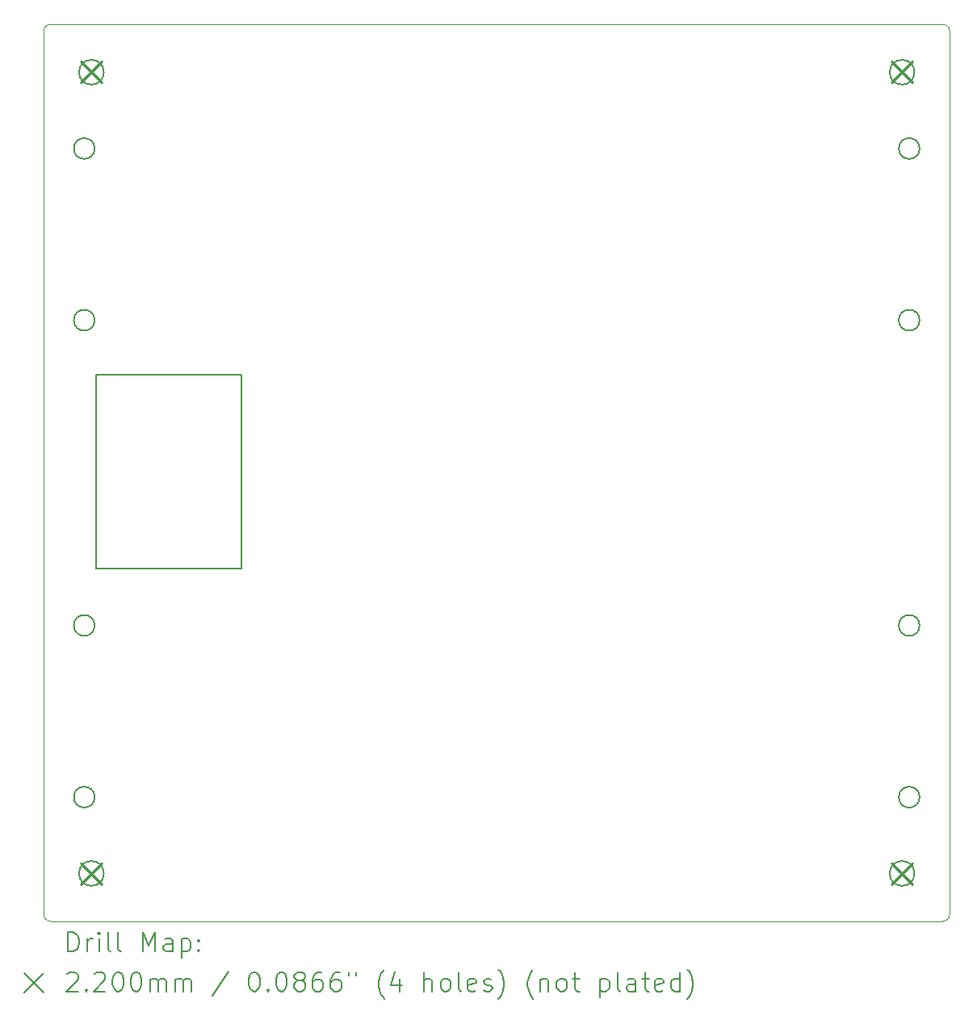
<source format=gbr>
%TF.GenerationSoftware,KiCad,Pcbnew,7.0.6*%
%TF.CreationDate,2023-08-12T11:28:30-04:00*%
%TF.ProjectId,jerrysbottom,6a657272-7973-4626-9f74-746f6d2e6b69,rev?*%
%TF.SameCoordinates,Original*%
%TF.FileFunction,Drillmap*%
%TF.FilePolarity,Positive*%
%FSLAX45Y45*%
G04 Gerber Fmt 4.5, Leading zero omitted, Abs format (unit mm)*
G04 Created by KiCad (PCBNEW 7.0.6) date 2023-08-12 11:28:30*
%MOMM*%
%LPD*%
G01*
G04 APERTURE LIST*
%ADD10C,0.200000*%
%ADD11C,0.100000*%
%ADD12C,0.220000*%
G04 APERTURE END LIST*
D10*
X3034220Y-8300000D02*
G75*
G03*
X3034220Y-8300000I-109220J0D01*
G01*
D11*
X11925000Y-7000000D02*
X2575000Y-7000000D01*
D10*
X3130000Y-15900000D02*
G75*
G03*
X3130000Y-15900000I-130000J0D01*
G01*
D11*
X2575000Y-7000000D02*
G75*
G03*
X2500000Y-7075000I-6030J-68970D01*
G01*
D10*
X3034220Y-13300000D02*
G75*
G03*
X3034220Y-13300000I-109220J0D01*
G01*
D11*
X2575000Y-16400000D02*
X11925000Y-16400000D01*
D10*
X11630000Y-7500000D02*
G75*
G03*
X11630000Y-7500000I-130000J0D01*
G01*
X3130000Y-7500000D02*
G75*
G03*
X3130000Y-7500000I-130000J0D01*
G01*
X11684220Y-8300000D02*
G75*
G03*
X11684220Y-8300000I-109220J0D01*
G01*
X3034220Y-15100000D02*
G75*
G03*
X3034220Y-15100000I-109220J0D01*
G01*
D11*
X2500000Y-7075000D02*
X2500000Y-16325000D01*
D10*
X3048000Y-10668000D02*
X4572000Y-10668000D01*
X4572000Y-12700000D01*
X3048000Y-12700000D01*
X3048000Y-10668000D01*
D11*
X11925000Y-16400000D02*
G75*
G03*
X12000000Y-16325000I6030J68970D01*
G01*
D10*
X11630000Y-15900000D02*
G75*
G03*
X11630000Y-15900000I-130000J0D01*
G01*
X3034220Y-10100000D02*
G75*
G03*
X3034220Y-10100000I-109220J0D01*
G01*
D11*
X12000000Y-7075000D02*
G75*
G03*
X11925000Y-7000000I-68970J6030D01*
G01*
X12000000Y-16325000D02*
X12000000Y-7075000D01*
X2500000Y-16325000D02*
G75*
G03*
X2575000Y-16400000I68970J-6030D01*
G01*
D10*
X11684220Y-15100000D02*
G75*
G03*
X11684220Y-15100000I-109220J0D01*
G01*
X11684220Y-10100000D02*
G75*
G03*
X11684220Y-10100000I-109220J0D01*
G01*
X11684220Y-13300000D02*
G75*
G03*
X11684220Y-13300000I-109220J0D01*
G01*
D12*
X2890000Y-7390000D02*
X3110000Y-7610000D01*
X3110000Y-7390000D02*
X2890000Y-7610000D01*
X2890000Y-15790000D02*
X3110000Y-16010000D01*
X3110000Y-15790000D02*
X2890000Y-16010000D01*
X11390000Y-7390000D02*
X11610000Y-7610000D01*
X11610000Y-7390000D02*
X11390000Y-7610000D01*
X11390000Y-15790000D02*
X11610000Y-16010000D01*
X11610000Y-15790000D02*
X11390000Y-16010000D01*
D10*
X2755514Y-16716747D02*
X2755514Y-16516747D01*
X2755514Y-16516747D02*
X2803133Y-16516747D01*
X2803133Y-16516747D02*
X2831704Y-16526271D01*
X2831704Y-16526271D02*
X2850752Y-16545318D01*
X2850752Y-16545318D02*
X2860276Y-16564366D01*
X2860276Y-16564366D02*
X2869799Y-16602461D01*
X2869799Y-16602461D02*
X2869799Y-16631033D01*
X2869799Y-16631033D02*
X2860276Y-16669128D01*
X2860276Y-16669128D02*
X2850752Y-16688175D01*
X2850752Y-16688175D02*
X2831704Y-16707223D01*
X2831704Y-16707223D02*
X2803133Y-16716747D01*
X2803133Y-16716747D02*
X2755514Y-16716747D01*
X2955514Y-16716747D02*
X2955514Y-16583413D01*
X2955514Y-16621509D02*
X2965037Y-16602461D01*
X2965037Y-16602461D02*
X2974561Y-16592937D01*
X2974561Y-16592937D02*
X2993609Y-16583413D01*
X2993609Y-16583413D02*
X3012657Y-16583413D01*
X3079323Y-16716747D02*
X3079323Y-16583413D01*
X3079323Y-16516747D02*
X3069799Y-16526271D01*
X3069799Y-16526271D02*
X3079323Y-16535794D01*
X3079323Y-16535794D02*
X3088847Y-16526271D01*
X3088847Y-16526271D02*
X3079323Y-16516747D01*
X3079323Y-16516747D02*
X3079323Y-16535794D01*
X3203133Y-16716747D02*
X3184085Y-16707223D01*
X3184085Y-16707223D02*
X3174561Y-16688175D01*
X3174561Y-16688175D02*
X3174561Y-16516747D01*
X3307895Y-16716747D02*
X3288847Y-16707223D01*
X3288847Y-16707223D02*
X3279323Y-16688175D01*
X3279323Y-16688175D02*
X3279323Y-16516747D01*
X3536466Y-16716747D02*
X3536466Y-16516747D01*
X3536466Y-16516747D02*
X3603133Y-16659604D01*
X3603133Y-16659604D02*
X3669799Y-16516747D01*
X3669799Y-16516747D02*
X3669799Y-16716747D01*
X3850752Y-16716747D02*
X3850752Y-16611985D01*
X3850752Y-16611985D02*
X3841228Y-16592937D01*
X3841228Y-16592937D02*
X3822180Y-16583413D01*
X3822180Y-16583413D02*
X3784085Y-16583413D01*
X3784085Y-16583413D02*
X3765037Y-16592937D01*
X3850752Y-16707223D02*
X3831704Y-16716747D01*
X3831704Y-16716747D02*
X3784085Y-16716747D01*
X3784085Y-16716747D02*
X3765037Y-16707223D01*
X3765037Y-16707223D02*
X3755514Y-16688175D01*
X3755514Y-16688175D02*
X3755514Y-16669128D01*
X3755514Y-16669128D02*
X3765037Y-16650080D01*
X3765037Y-16650080D02*
X3784085Y-16640556D01*
X3784085Y-16640556D02*
X3831704Y-16640556D01*
X3831704Y-16640556D02*
X3850752Y-16631033D01*
X3945990Y-16583413D02*
X3945990Y-16783414D01*
X3945990Y-16592937D02*
X3965037Y-16583413D01*
X3965037Y-16583413D02*
X4003133Y-16583413D01*
X4003133Y-16583413D02*
X4022180Y-16592937D01*
X4022180Y-16592937D02*
X4031704Y-16602461D01*
X4031704Y-16602461D02*
X4041228Y-16621509D01*
X4041228Y-16621509D02*
X4041228Y-16678652D01*
X4041228Y-16678652D02*
X4031704Y-16697699D01*
X4031704Y-16697699D02*
X4022180Y-16707223D01*
X4022180Y-16707223D02*
X4003133Y-16716747D01*
X4003133Y-16716747D02*
X3965037Y-16716747D01*
X3965037Y-16716747D02*
X3945990Y-16707223D01*
X4126942Y-16697699D02*
X4136466Y-16707223D01*
X4136466Y-16707223D02*
X4126942Y-16716747D01*
X4126942Y-16716747D02*
X4117418Y-16707223D01*
X4117418Y-16707223D02*
X4126942Y-16697699D01*
X4126942Y-16697699D02*
X4126942Y-16716747D01*
X4126942Y-16592937D02*
X4136466Y-16602461D01*
X4136466Y-16602461D02*
X4126942Y-16611985D01*
X4126942Y-16611985D02*
X4117418Y-16602461D01*
X4117418Y-16602461D02*
X4126942Y-16592937D01*
X4126942Y-16592937D02*
X4126942Y-16611985D01*
X2294737Y-16945263D02*
X2494737Y-17145263D01*
X2494737Y-16945263D02*
X2294737Y-17145263D01*
X2745990Y-16955795D02*
X2755514Y-16946271D01*
X2755514Y-16946271D02*
X2774561Y-16936747D01*
X2774561Y-16936747D02*
X2822180Y-16936747D01*
X2822180Y-16936747D02*
X2841228Y-16946271D01*
X2841228Y-16946271D02*
X2850752Y-16955795D01*
X2850752Y-16955795D02*
X2860276Y-16974842D01*
X2860276Y-16974842D02*
X2860276Y-16993890D01*
X2860276Y-16993890D02*
X2850752Y-17022461D01*
X2850752Y-17022461D02*
X2736466Y-17136747D01*
X2736466Y-17136747D02*
X2860276Y-17136747D01*
X2945990Y-17117699D02*
X2955514Y-17127223D01*
X2955514Y-17127223D02*
X2945990Y-17136747D01*
X2945990Y-17136747D02*
X2936466Y-17127223D01*
X2936466Y-17127223D02*
X2945990Y-17117699D01*
X2945990Y-17117699D02*
X2945990Y-17136747D01*
X3031704Y-16955795D02*
X3041228Y-16946271D01*
X3041228Y-16946271D02*
X3060276Y-16936747D01*
X3060276Y-16936747D02*
X3107895Y-16936747D01*
X3107895Y-16936747D02*
X3126942Y-16946271D01*
X3126942Y-16946271D02*
X3136466Y-16955795D01*
X3136466Y-16955795D02*
X3145990Y-16974842D01*
X3145990Y-16974842D02*
X3145990Y-16993890D01*
X3145990Y-16993890D02*
X3136466Y-17022461D01*
X3136466Y-17022461D02*
X3022180Y-17136747D01*
X3022180Y-17136747D02*
X3145990Y-17136747D01*
X3269799Y-16936747D02*
X3288847Y-16936747D01*
X3288847Y-16936747D02*
X3307895Y-16946271D01*
X3307895Y-16946271D02*
X3317418Y-16955795D01*
X3317418Y-16955795D02*
X3326942Y-16974842D01*
X3326942Y-16974842D02*
X3336466Y-17012937D01*
X3336466Y-17012937D02*
X3336466Y-17060556D01*
X3336466Y-17060556D02*
X3326942Y-17098652D01*
X3326942Y-17098652D02*
X3317418Y-17117699D01*
X3317418Y-17117699D02*
X3307895Y-17127223D01*
X3307895Y-17127223D02*
X3288847Y-17136747D01*
X3288847Y-17136747D02*
X3269799Y-17136747D01*
X3269799Y-17136747D02*
X3250752Y-17127223D01*
X3250752Y-17127223D02*
X3241228Y-17117699D01*
X3241228Y-17117699D02*
X3231704Y-17098652D01*
X3231704Y-17098652D02*
X3222180Y-17060556D01*
X3222180Y-17060556D02*
X3222180Y-17012937D01*
X3222180Y-17012937D02*
X3231704Y-16974842D01*
X3231704Y-16974842D02*
X3241228Y-16955795D01*
X3241228Y-16955795D02*
X3250752Y-16946271D01*
X3250752Y-16946271D02*
X3269799Y-16936747D01*
X3460276Y-16936747D02*
X3479323Y-16936747D01*
X3479323Y-16936747D02*
X3498371Y-16946271D01*
X3498371Y-16946271D02*
X3507895Y-16955795D01*
X3507895Y-16955795D02*
X3517418Y-16974842D01*
X3517418Y-16974842D02*
X3526942Y-17012937D01*
X3526942Y-17012937D02*
X3526942Y-17060556D01*
X3526942Y-17060556D02*
X3517418Y-17098652D01*
X3517418Y-17098652D02*
X3507895Y-17117699D01*
X3507895Y-17117699D02*
X3498371Y-17127223D01*
X3498371Y-17127223D02*
X3479323Y-17136747D01*
X3479323Y-17136747D02*
X3460276Y-17136747D01*
X3460276Y-17136747D02*
X3441228Y-17127223D01*
X3441228Y-17127223D02*
X3431704Y-17117699D01*
X3431704Y-17117699D02*
X3422180Y-17098652D01*
X3422180Y-17098652D02*
X3412657Y-17060556D01*
X3412657Y-17060556D02*
X3412657Y-17012937D01*
X3412657Y-17012937D02*
X3422180Y-16974842D01*
X3422180Y-16974842D02*
X3431704Y-16955795D01*
X3431704Y-16955795D02*
X3441228Y-16946271D01*
X3441228Y-16946271D02*
X3460276Y-16936747D01*
X3612657Y-17136747D02*
X3612657Y-17003414D01*
X3612657Y-17022461D02*
X3622180Y-17012937D01*
X3622180Y-17012937D02*
X3641228Y-17003414D01*
X3641228Y-17003414D02*
X3669799Y-17003414D01*
X3669799Y-17003414D02*
X3688847Y-17012937D01*
X3688847Y-17012937D02*
X3698371Y-17031985D01*
X3698371Y-17031985D02*
X3698371Y-17136747D01*
X3698371Y-17031985D02*
X3707895Y-17012937D01*
X3707895Y-17012937D02*
X3726942Y-17003414D01*
X3726942Y-17003414D02*
X3755514Y-17003414D01*
X3755514Y-17003414D02*
X3774561Y-17012937D01*
X3774561Y-17012937D02*
X3784085Y-17031985D01*
X3784085Y-17031985D02*
X3784085Y-17136747D01*
X3879323Y-17136747D02*
X3879323Y-17003414D01*
X3879323Y-17022461D02*
X3888847Y-17012937D01*
X3888847Y-17012937D02*
X3907895Y-17003414D01*
X3907895Y-17003414D02*
X3936466Y-17003414D01*
X3936466Y-17003414D02*
X3955514Y-17012937D01*
X3955514Y-17012937D02*
X3965038Y-17031985D01*
X3965038Y-17031985D02*
X3965038Y-17136747D01*
X3965038Y-17031985D02*
X3974561Y-17012937D01*
X3974561Y-17012937D02*
X3993609Y-17003414D01*
X3993609Y-17003414D02*
X4022180Y-17003414D01*
X4022180Y-17003414D02*
X4041228Y-17012937D01*
X4041228Y-17012937D02*
X4050752Y-17031985D01*
X4050752Y-17031985D02*
X4050752Y-17136747D01*
X4441228Y-16927223D02*
X4269800Y-17184366D01*
X4698371Y-16936747D02*
X4717419Y-16936747D01*
X4717419Y-16936747D02*
X4736466Y-16946271D01*
X4736466Y-16946271D02*
X4745990Y-16955795D01*
X4745990Y-16955795D02*
X4755514Y-16974842D01*
X4755514Y-16974842D02*
X4765038Y-17012937D01*
X4765038Y-17012937D02*
X4765038Y-17060556D01*
X4765038Y-17060556D02*
X4755514Y-17098652D01*
X4755514Y-17098652D02*
X4745990Y-17117699D01*
X4745990Y-17117699D02*
X4736466Y-17127223D01*
X4736466Y-17127223D02*
X4717419Y-17136747D01*
X4717419Y-17136747D02*
X4698371Y-17136747D01*
X4698371Y-17136747D02*
X4679323Y-17127223D01*
X4679323Y-17127223D02*
X4669800Y-17117699D01*
X4669800Y-17117699D02*
X4660276Y-17098652D01*
X4660276Y-17098652D02*
X4650752Y-17060556D01*
X4650752Y-17060556D02*
X4650752Y-17012937D01*
X4650752Y-17012937D02*
X4660276Y-16974842D01*
X4660276Y-16974842D02*
X4669800Y-16955795D01*
X4669800Y-16955795D02*
X4679323Y-16946271D01*
X4679323Y-16946271D02*
X4698371Y-16936747D01*
X4850752Y-17117699D02*
X4860276Y-17127223D01*
X4860276Y-17127223D02*
X4850752Y-17136747D01*
X4850752Y-17136747D02*
X4841228Y-17127223D01*
X4841228Y-17127223D02*
X4850752Y-17117699D01*
X4850752Y-17117699D02*
X4850752Y-17136747D01*
X4984085Y-16936747D02*
X5003133Y-16936747D01*
X5003133Y-16936747D02*
X5022181Y-16946271D01*
X5022181Y-16946271D02*
X5031704Y-16955795D01*
X5031704Y-16955795D02*
X5041228Y-16974842D01*
X5041228Y-16974842D02*
X5050752Y-17012937D01*
X5050752Y-17012937D02*
X5050752Y-17060556D01*
X5050752Y-17060556D02*
X5041228Y-17098652D01*
X5041228Y-17098652D02*
X5031704Y-17117699D01*
X5031704Y-17117699D02*
X5022181Y-17127223D01*
X5022181Y-17127223D02*
X5003133Y-17136747D01*
X5003133Y-17136747D02*
X4984085Y-17136747D01*
X4984085Y-17136747D02*
X4965038Y-17127223D01*
X4965038Y-17127223D02*
X4955514Y-17117699D01*
X4955514Y-17117699D02*
X4945990Y-17098652D01*
X4945990Y-17098652D02*
X4936466Y-17060556D01*
X4936466Y-17060556D02*
X4936466Y-17012937D01*
X4936466Y-17012937D02*
X4945990Y-16974842D01*
X4945990Y-16974842D02*
X4955514Y-16955795D01*
X4955514Y-16955795D02*
X4965038Y-16946271D01*
X4965038Y-16946271D02*
X4984085Y-16936747D01*
X5165038Y-17022461D02*
X5145990Y-17012937D01*
X5145990Y-17012937D02*
X5136466Y-17003414D01*
X5136466Y-17003414D02*
X5126943Y-16984366D01*
X5126943Y-16984366D02*
X5126943Y-16974842D01*
X5126943Y-16974842D02*
X5136466Y-16955795D01*
X5136466Y-16955795D02*
X5145990Y-16946271D01*
X5145990Y-16946271D02*
X5165038Y-16936747D01*
X5165038Y-16936747D02*
X5203133Y-16936747D01*
X5203133Y-16936747D02*
X5222181Y-16946271D01*
X5222181Y-16946271D02*
X5231704Y-16955795D01*
X5231704Y-16955795D02*
X5241228Y-16974842D01*
X5241228Y-16974842D02*
X5241228Y-16984366D01*
X5241228Y-16984366D02*
X5231704Y-17003414D01*
X5231704Y-17003414D02*
X5222181Y-17012937D01*
X5222181Y-17012937D02*
X5203133Y-17022461D01*
X5203133Y-17022461D02*
X5165038Y-17022461D01*
X5165038Y-17022461D02*
X5145990Y-17031985D01*
X5145990Y-17031985D02*
X5136466Y-17041509D01*
X5136466Y-17041509D02*
X5126943Y-17060556D01*
X5126943Y-17060556D02*
X5126943Y-17098652D01*
X5126943Y-17098652D02*
X5136466Y-17117699D01*
X5136466Y-17117699D02*
X5145990Y-17127223D01*
X5145990Y-17127223D02*
X5165038Y-17136747D01*
X5165038Y-17136747D02*
X5203133Y-17136747D01*
X5203133Y-17136747D02*
X5222181Y-17127223D01*
X5222181Y-17127223D02*
X5231704Y-17117699D01*
X5231704Y-17117699D02*
X5241228Y-17098652D01*
X5241228Y-17098652D02*
X5241228Y-17060556D01*
X5241228Y-17060556D02*
X5231704Y-17041509D01*
X5231704Y-17041509D02*
X5222181Y-17031985D01*
X5222181Y-17031985D02*
X5203133Y-17022461D01*
X5412657Y-16936747D02*
X5374562Y-16936747D01*
X5374562Y-16936747D02*
X5355514Y-16946271D01*
X5355514Y-16946271D02*
X5345990Y-16955795D01*
X5345990Y-16955795D02*
X5326943Y-16984366D01*
X5326943Y-16984366D02*
X5317419Y-17022461D01*
X5317419Y-17022461D02*
X5317419Y-17098652D01*
X5317419Y-17098652D02*
X5326943Y-17117699D01*
X5326943Y-17117699D02*
X5336466Y-17127223D01*
X5336466Y-17127223D02*
X5355514Y-17136747D01*
X5355514Y-17136747D02*
X5393609Y-17136747D01*
X5393609Y-17136747D02*
X5412657Y-17127223D01*
X5412657Y-17127223D02*
X5422181Y-17117699D01*
X5422181Y-17117699D02*
X5431704Y-17098652D01*
X5431704Y-17098652D02*
X5431704Y-17051033D01*
X5431704Y-17051033D02*
X5422181Y-17031985D01*
X5422181Y-17031985D02*
X5412657Y-17022461D01*
X5412657Y-17022461D02*
X5393609Y-17012937D01*
X5393609Y-17012937D02*
X5355514Y-17012937D01*
X5355514Y-17012937D02*
X5336466Y-17022461D01*
X5336466Y-17022461D02*
X5326943Y-17031985D01*
X5326943Y-17031985D02*
X5317419Y-17051033D01*
X5603133Y-16936747D02*
X5565038Y-16936747D01*
X5565038Y-16936747D02*
X5545990Y-16946271D01*
X5545990Y-16946271D02*
X5536466Y-16955795D01*
X5536466Y-16955795D02*
X5517419Y-16984366D01*
X5517419Y-16984366D02*
X5507895Y-17022461D01*
X5507895Y-17022461D02*
X5507895Y-17098652D01*
X5507895Y-17098652D02*
X5517419Y-17117699D01*
X5517419Y-17117699D02*
X5526943Y-17127223D01*
X5526943Y-17127223D02*
X5545990Y-17136747D01*
X5545990Y-17136747D02*
X5584085Y-17136747D01*
X5584085Y-17136747D02*
X5603133Y-17127223D01*
X5603133Y-17127223D02*
X5612657Y-17117699D01*
X5612657Y-17117699D02*
X5622181Y-17098652D01*
X5622181Y-17098652D02*
X5622181Y-17051033D01*
X5622181Y-17051033D02*
X5612657Y-17031985D01*
X5612657Y-17031985D02*
X5603133Y-17022461D01*
X5603133Y-17022461D02*
X5584085Y-17012937D01*
X5584085Y-17012937D02*
X5545990Y-17012937D01*
X5545990Y-17012937D02*
X5526943Y-17022461D01*
X5526943Y-17022461D02*
X5517419Y-17031985D01*
X5517419Y-17031985D02*
X5507895Y-17051033D01*
X5698371Y-16936747D02*
X5698371Y-16974842D01*
X5774562Y-16936747D02*
X5774562Y-16974842D01*
X6069800Y-17212937D02*
X6060276Y-17203414D01*
X6060276Y-17203414D02*
X6041228Y-17174842D01*
X6041228Y-17174842D02*
X6031704Y-17155795D01*
X6031704Y-17155795D02*
X6022181Y-17127223D01*
X6022181Y-17127223D02*
X6012657Y-17079604D01*
X6012657Y-17079604D02*
X6012657Y-17041509D01*
X6012657Y-17041509D02*
X6022181Y-16993890D01*
X6022181Y-16993890D02*
X6031704Y-16965318D01*
X6031704Y-16965318D02*
X6041228Y-16946271D01*
X6041228Y-16946271D02*
X6060276Y-16917699D01*
X6060276Y-16917699D02*
X6069800Y-16908175D01*
X6231704Y-17003414D02*
X6231704Y-17136747D01*
X6184085Y-16927223D02*
X6136466Y-17070080D01*
X6136466Y-17070080D02*
X6260276Y-17070080D01*
X6488847Y-17136747D02*
X6488847Y-16936747D01*
X6574562Y-17136747D02*
X6574562Y-17031985D01*
X6574562Y-17031985D02*
X6565038Y-17012937D01*
X6565038Y-17012937D02*
X6545990Y-17003414D01*
X6545990Y-17003414D02*
X6517419Y-17003414D01*
X6517419Y-17003414D02*
X6498371Y-17012937D01*
X6498371Y-17012937D02*
X6488847Y-17022461D01*
X6698371Y-17136747D02*
X6679324Y-17127223D01*
X6679324Y-17127223D02*
X6669800Y-17117699D01*
X6669800Y-17117699D02*
X6660276Y-17098652D01*
X6660276Y-17098652D02*
X6660276Y-17041509D01*
X6660276Y-17041509D02*
X6669800Y-17022461D01*
X6669800Y-17022461D02*
X6679324Y-17012937D01*
X6679324Y-17012937D02*
X6698371Y-17003414D01*
X6698371Y-17003414D02*
X6726943Y-17003414D01*
X6726943Y-17003414D02*
X6745990Y-17012937D01*
X6745990Y-17012937D02*
X6755514Y-17022461D01*
X6755514Y-17022461D02*
X6765038Y-17041509D01*
X6765038Y-17041509D02*
X6765038Y-17098652D01*
X6765038Y-17098652D02*
X6755514Y-17117699D01*
X6755514Y-17117699D02*
X6745990Y-17127223D01*
X6745990Y-17127223D02*
X6726943Y-17136747D01*
X6726943Y-17136747D02*
X6698371Y-17136747D01*
X6879324Y-17136747D02*
X6860276Y-17127223D01*
X6860276Y-17127223D02*
X6850752Y-17108175D01*
X6850752Y-17108175D02*
X6850752Y-16936747D01*
X7031705Y-17127223D02*
X7012657Y-17136747D01*
X7012657Y-17136747D02*
X6974562Y-17136747D01*
X6974562Y-17136747D02*
X6955514Y-17127223D01*
X6955514Y-17127223D02*
X6945990Y-17108175D01*
X6945990Y-17108175D02*
X6945990Y-17031985D01*
X6945990Y-17031985D02*
X6955514Y-17012937D01*
X6955514Y-17012937D02*
X6974562Y-17003414D01*
X6974562Y-17003414D02*
X7012657Y-17003414D01*
X7012657Y-17003414D02*
X7031705Y-17012937D01*
X7031705Y-17012937D02*
X7041228Y-17031985D01*
X7041228Y-17031985D02*
X7041228Y-17051033D01*
X7041228Y-17051033D02*
X6945990Y-17070080D01*
X7117419Y-17127223D02*
X7136466Y-17136747D01*
X7136466Y-17136747D02*
X7174562Y-17136747D01*
X7174562Y-17136747D02*
X7193609Y-17127223D01*
X7193609Y-17127223D02*
X7203133Y-17108175D01*
X7203133Y-17108175D02*
X7203133Y-17098652D01*
X7203133Y-17098652D02*
X7193609Y-17079604D01*
X7193609Y-17079604D02*
X7174562Y-17070080D01*
X7174562Y-17070080D02*
X7145990Y-17070080D01*
X7145990Y-17070080D02*
X7126943Y-17060556D01*
X7126943Y-17060556D02*
X7117419Y-17041509D01*
X7117419Y-17041509D02*
X7117419Y-17031985D01*
X7117419Y-17031985D02*
X7126943Y-17012937D01*
X7126943Y-17012937D02*
X7145990Y-17003414D01*
X7145990Y-17003414D02*
X7174562Y-17003414D01*
X7174562Y-17003414D02*
X7193609Y-17012937D01*
X7269800Y-17212937D02*
X7279324Y-17203414D01*
X7279324Y-17203414D02*
X7298371Y-17174842D01*
X7298371Y-17174842D02*
X7307895Y-17155795D01*
X7307895Y-17155795D02*
X7317419Y-17127223D01*
X7317419Y-17127223D02*
X7326943Y-17079604D01*
X7326943Y-17079604D02*
X7326943Y-17041509D01*
X7326943Y-17041509D02*
X7317419Y-16993890D01*
X7317419Y-16993890D02*
X7307895Y-16965318D01*
X7307895Y-16965318D02*
X7298371Y-16946271D01*
X7298371Y-16946271D02*
X7279324Y-16917699D01*
X7279324Y-16917699D02*
X7269800Y-16908175D01*
X7631705Y-17212937D02*
X7622181Y-17203414D01*
X7622181Y-17203414D02*
X7603133Y-17174842D01*
X7603133Y-17174842D02*
X7593609Y-17155795D01*
X7593609Y-17155795D02*
X7584086Y-17127223D01*
X7584086Y-17127223D02*
X7574562Y-17079604D01*
X7574562Y-17079604D02*
X7574562Y-17041509D01*
X7574562Y-17041509D02*
X7584086Y-16993890D01*
X7584086Y-16993890D02*
X7593609Y-16965318D01*
X7593609Y-16965318D02*
X7603133Y-16946271D01*
X7603133Y-16946271D02*
X7622181Y-16917699D01*
X7622181Y-16917699D02*
X7631705Y-16908175D01*
X7707895Y-17003414D02*
X7707895Y-17136747D01*
X7707895Y-17022461D02*
X7717419Y-17012937D01*
X7717419Y-17012937D02*
X7736466Y-17003414D01*
X7736466Y-17003414D02*
X7765038Y-17003414D01*
X7765038Y-17003414D02*
X7784086Y-17012937D01*
X7784086Y-17012937D02*
X7793609Y-17031985D01*
X7793609Y-17031985D02*
X7793609Y-17136747D01*
X7917419Y-17136747D02*
X7898371Y-17127223D01*
X7898371Y-17127223D02*
X7888847Y-17117699D01*
X7888847Y-17117699D02*
X7879324Y-17098652D01*
X7879324Y-17098652D02*
X7879324Y-17041509D01*
X7879324Y-17041509D02*
X7888847Y-17022461D01*
X7888847Y-17022461D02*
X7898371Y-17012937D01*
X7898371Y-17012937D02*
X7917419Y-17003414D01*
X7917419Y-17003414D02*
X7945990Y-17003414D01*
X7945990Y-17003414D02*
X7965038Y-17012937D01*
X7965038Y-17012937D02*
X7974562Y-17022461D01*
X7974562Y-17022461D02*
X7984086Y-17041509D01*
X7984086Y-17041509D02*
X7984086Y-17098652D01*
X7984086Y-17098652D02*
X7974562Y-17117699D01*
X7974562Y-17117699D02*
X7965038Y-17127223D01*
X7965038Y-17127223D02*
X7945990Y-17136747D01*
X7945990Y-17136747D02*
X7917419Y-17136747D01*
X8041228Y-17003414D02*
X8117419Y-17003414D01*
X8069800Y-16936747D02*
X8069800Y-17108175D01*
X8069800Y-17108175D02*
X8079324Y-17127223D01*
X8079324Y-17127223D02*
X8098371Y-17136747D01*
X8098371Y-17136747D02*
X8117419Y-17136747D01*
X8336467Y-17003414D02*
X8336467Y-17203414D01*
X8336467Y-17012937D02*
X8355514Y-17003414D01*
X8355514Y-17003414D02*
X8393610Y-17003414D01*
X8393610Y-17003414D02*
X8412657Y-17012937D01*
X8412657Y-17012937D02*
X8422181Y-17022461D01*
X8422181Y-17022461D02*
X8431705Y-17041509D01*
X8431705Y-17041509D02*
X8431705Y-17098652D01*
X8431705Y-17098652D02*
X8422181Y-17117699D01*
X8422181Y-17117699D02*
X8412657Y-17127223D01*
X8412657Y-17127223D02*
X8393610Y-17136747D01*
X8393610Y-17136747D02*
X8355514Y-17136747D01*
X8355514Y-17136747D02*
X8336467Y-17127223D01*
X8545990Y-17136747D02*
X8526943Y-17127223D01*
X8526943Y-17127223D02*
X8517419Y-17108175D01*
X8517419Y-17108175D02*
X8517419Y-16936747D01*
X8707895Y-17136747D02*
X8707895Y-17031985D01*
X8707895Y-17031985D02*
X8698371Y-17012937D01*
X8698371Y-17012937D02*
X8679324Y-17003414D01*
X8679324Y-17003414D02*
X8641229Y-17003414D01*
X8641229Y-17003414D02*
X8622181Y-17012937D01*
X8707895Y-17127223D02*
X8688848Y-17136747D01*
X8688848Y-17136747D02*
X8641229Y-17136747D01*
X8641229Y-17136747D02*
X8622181Y-17127223D01*
X8622181Y-17127223D02*
X8612657Y-17108175D01*
X8612657Y-17108175D02*
X8612657Y-17089128D01*
X8612657Y-17089128D02*
X8622181Y-17070080D01*
X8622181Y-17070080D02*
X8641229Y-17060556D01*
X8641229Y-17060556D02*
X8688848Y-17060556D01*
X8688848Y-17060556D02*
X8707895Y-17051033D01*
X8774562Y-17003414D02*
X8850752Y-17003414D01*
X8803133Y-16936747D02*
X8803133Y-17108175D01*
X8803133Y-17108175D02*
X8812657Y-17127223D01*
X8812657Y-17127223D02*
X8831705Y-17136747D01*
X8831705Y-17136747D02*
X8850752Y-17136747D01*
X8993610Y-17127223D02*
X8974562Y-17136747D01*
X8974562Y-17136747D02*
X8936467Y-17136747D01*
X8936467Y-17136747D02*
X8917419Y-17127223D01*
X8917419Y-17127223D02*
X8907895Y-17108175D01*
X8907895Y-17108175D02*
X8907895Y-17031985D01*
X8907895Y-17031985D02*
X8917419Y-17012937D01*
X8917419Y-17012937D02*
X8936467Y-17003414D01*
X8936467Y-17003414D02*
X8974562Y-17003414D01*
X8974562Y-17003414D02*
X8993610Y-17012937D01*
X8993610Y-17012937D02*
X9003133Y-17031985D01*
X9003133Y-17031985D02*
X9003133Y-17051033D01*
X9003133Y-17051033D02*
X8907895Y-17070080D01*
X9174562Y-17136747D02*
X9174562Y-16936747D01*
X9174562Y-17127223D02*
X9155514Y-17136747D01*
X9155514Y-17136747D02*
X9117419Y-17136747D01*
X9117419Y-17136747D02*
X9098371Y-17127223D01*
X9098371Y-17127223D02*
X9088848Y-17117699D01*
X9088848Y-17117699D02*
X9079324Y-17098652D01*
X9079324Y-17098652D02*
X9079324Y-17041509D01*
X9079324Y-17041509D02*
X9088848Y-17022461D01*
X9088848Y-17022461D02*
X9098371Y-17012937D01*
X9098371Y-17012937D02*
X9117419Y-17003414D01*
X9117419Y-17003414D02*
X9155514Y-17003414D01*
X9155514Y-17003414D02*
X9174562Y-17012937D01*
X9250752Y-17212937D02*
X9260276Y-17203414D01*
X9260276Y-17203414D02*
X9279324Y-17174842D01*
X9279324Y-17174842D02*
X9288848Y-17155795D01*
X9288848Y-17155795D02*
X9298371Y-17127223D01*
X9298371Y-17127223D02*
X9307895Y-17079604D01*
X9307895Y-17079604D02*
X9307895Y-17041509D01*
X9307895Y-17041509D02*
X9298371Y-16993890D01*
X9298371Y-16993890D02*
X9288848Y-16965318D01*
X9288848Y-16965318D02*
X9279324Y-16946271D01*
X9279324Y-16946271D02*
X9260276Y-16917699D01*
X9260276Y-16917699D02*
X9250752Y-16908175D01*
M02*

</source>
